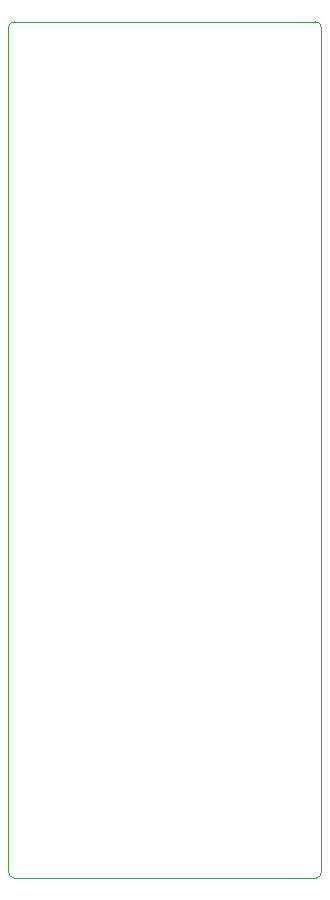
<source format=gbr>
G04 #@! TF.GenerationSoftware,KiCad,Pcbnew,7.0.8-7.0.8~ubuntu22.04.1*
G04 #@! TF.CreationDate,2023-10-22T15:09:54+03:00*
G04 #@! TF.ProjectId,H616_devboard,48363136-5f64-4657-9662-6f6172642e6b,rev?*
G04 #@! TF.SameCoordinates,Original*
G04 #@! TF.FileFunction,Profile,NP*
%FSLAX46Y46*%
G04 Gerber Fmt 4.6, Leading zero omitted, Abs format (unit mm)*
G04 Created by KiCad (PCBNEW 7.0.8-7.0.8~ubuntu22.04.1) date 2023-10-22 15:09:54*
%MOMM*%
%LPD*%
G01*
G04 APERTURE LIST*
G04 #@! TA.AperFunction,Profile*
%ADD10C,0.100000*%
G04 #@! TD*
G04 APERTURE END LIST*
D10*
X128400000Y-136790000D02*
X129400000Y-136790000D01*
X127900000Y-64790000D02*
X127900000Y-136290000D01*
X153900000Y-136790000D02*
X129400000Y-136790000D01*
X128400000Y-64290000D02*
G75*
G03*
X127900000Y-64790000I0J-500000D01*
G01*
X127900000Y-136290000D02*
G75*
G03*
X128400000Y-136790000I500000J0D01*
G01*
X154400000Y-64790000D02*
X154400000Y-136290000D01*
X154400000Y-64790000D02*
G75*
G03*
X153900000Y-64290000I-500000J0D01*
G01*
X153400000Y-64290000D02*
X153900000Y-64290000D01*
X153900000Y-136790000D02*
G75*
G03*
X154400000Y-136290000I0J500000D01*
G01*
X128400000Y-64290000D02*
X153400000Y-64290000D01*
M02*

</source>
